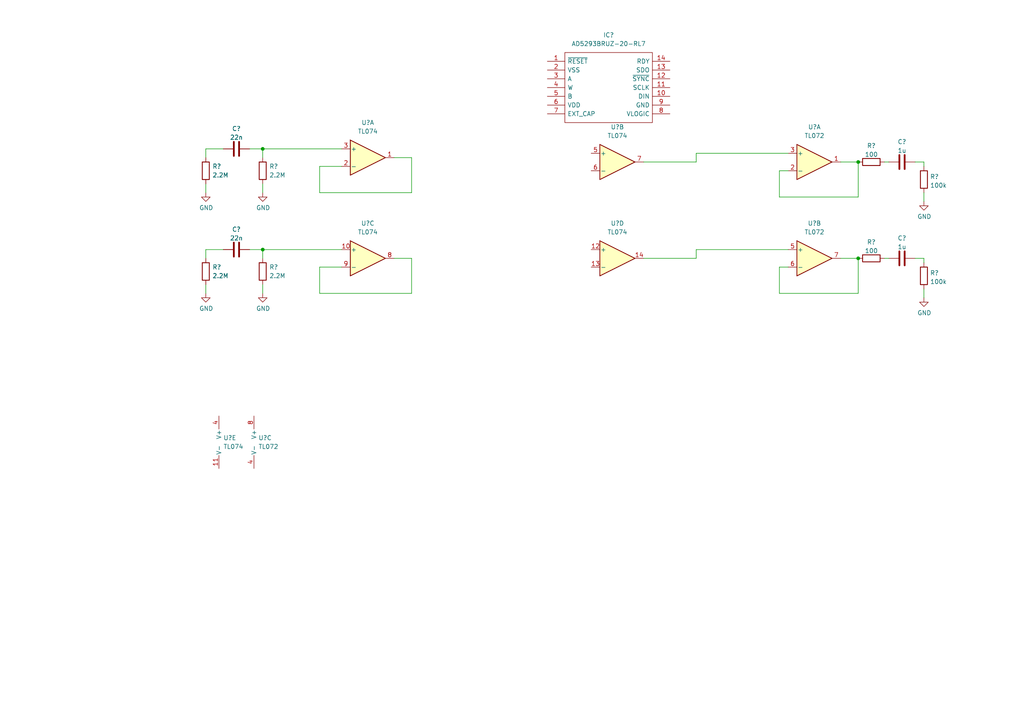
<source format=kicad_sch>
(kicad_sch (version 20211123) (generator eeschema)
  (paper "A4")
  (lib_symbols
    (symbol "Amplifier_Operational:TL072" (pin_names (offset 0.127))
      (property "Reference" "U" (at 0 5.08 0))
      (property "Value" "TL072" (at 0 -5.08 0))
      (symbol "TL072_1_1"
        (polyline (pts (xy -5.08 5.08) (xy 5.08 0) (xy -5.08 -5.08) (xy -5.08 5.08)) (stroke (width 0.254)) (fill (type background)))
        (pin output line (at 7.62 0 180) (length 2.54) (name "~") (number "1"))
        (pin input line (at -7.62 -2.54 0) (length 2.54) (name "-") (number "2"))
        (pin input line (at -7.62 2.54 0) (length 2.54) (name "+") (number "3"))
      )
      (symbol "TL072_2_1"
        (polyline (pts (xy -5.08 5.08) (xy 5.08 0) (xy -5.08 -5.08) (xy -5.08 5.08)) (stroke (width 0.254)) (fill (type background)))
        (pin input line (at -7.62 2.54 0) (length 2.54) (name "+") (number "5"))
        (pin input line (at -7.62 -2.54 0) (length 2.54) (name "-") (number "6"))
        (pin output line (at 7.62 0 180) (length 2.54) (name "~") (number "7"))
      )
      (symbol "TL072_3_1"
        (pin power_in line (at -2.54 -7.62 90) (length 3.81) (name "V-") (number "4"))
        (pin power_in line (at -2.54 7.62 270) (length 3.81) (name "V+") (number "8"))
      )
    )
    (symbol "Amplifier_Operational:TL074" (pin_names (offset 0.127))
      (property "Reference" "U" (at 0 5.08 0))
      (property "Value" "TL074" (at 0 -5.08 0))
      (symbol "TL074_1_1"
        (polyline (pts (xy -5.08 5.08) (xy 5.08 0) (xy -5.08 -5.08) (xy -5.08 5.08)) (stroke (width 0.254)) (fill (type background)))
        (pin output line (at 7.62 0 180) (length 2.54) (name "~") (number "1"))
        (pin input line (at -7.62 -2.54 0) (length 2.54) (name "-") (number "2"))
        (pin input line (at -7.62 2.54 0) (length 2.54) (name "+") (number "3"))
      )
      (symbol "TL074_2_1"
        (polyline (pts (xy -5.08 5.08) (xy 5.08 0) (xy -5.08 -5.08) (xy -5.08 5.08)) (stroke (width 0.254)) (fill (type background)))
        (pin input line (at -7.62 2.54 0) (length 2.54) (name "+") (number "5"))
        (pin input line (at -7.62 -2.54 0) (length 2.54) (name "-") (number "6"))
        (pin output line (at 7.62 0 180) (length 2.54) (name "~") (number "7"))
      )
      (symbol "TL074_3_1"
        (polyline (pts (xy -5.08 5.08) (xy 5.08 0) (xy -5.08 -5.08) (xy -5.08 5.08)) (stroke (width 0.254)) (fill (type background)))
        (pin input line (at -7.62 2.54 0) (length 2.54) (name "+") (number "10"))
        (pin output line (at 7.62 0 180) (length 2.54) (name "~") (number "8"))
        (pin input line (at -7.62 -2.54 0) (length 2.54) (name "-") (number "9"))
      )
      (symbol "TL074_4_1"
        (polyline (pts (xy -5.08 5.08) (xy 5.08 0) (xy -5.08 -5.08) (xy -5.08 5.08)) (stroke (width 0.254)) (fill (type background)))
        (pin input line (at -7.62 2.54 0) (length 2.54) (name "+") (number "12"))
        (pin input line (at -7.62 -2.54 0) (length 2.54) (name "-") (number "13"))
        (pin output line (at 7.62 0 180) (length 2.54) (name "~") (number "14"))
      )
      (symbol "TL074_5_1"
        (pin power_in line (at -2.54 -7.62 90) (length 3.81) (name "V-") (number "11"))
        (pin power_in line (at -2.54 7.62 270) (length 3.81) (name "V+") (number "4"))
      )
    )
    (symbol "Device:C" (pin_numbers hide) (pin_names (offset 0.254))
      (property "Reference" "C" (at 0.635 2.54 0))
      (property "Value" "C" (at 0.635 -2.54 0))
      (symbol "C_0_1"
        (polyline (pts (xy -2.032 -0.762) (xy 2.032 -0.762)) (stroke (width 0.508)))
        (polyline (pts (xy -2.032 0.762) (xy 2.032 0.762)) (stroke (width 0.508)))
      )
      (symbol "C_1_1"
        (pin passive line (at 0 3.81 270) (length 2.794) (name "~") (number "1"))
        (pin passive line (at 0 -3.81 90) (length 2.794) (name "~") (number "2"))
      )
    )
    (symbol "Device:R" (pin_numbers hide) (pin_names (offset 0))
      (property "Reference" "R" (at 2.032 0 90))
      (property "Value" "R" (at 0 0 90))
      (symbol "R_0_1"
        (rectangle (start -1.016 -2.54) (end 1.016 2.54) (stroke (width 0.254)))
      )
      (symbol "R_1_1"
        (pin passive line (at 0 3.81 270) (length 1.27) (name "~") (number "1"))
        (pin passive line (at 0 -3.81 90) (length 1.27) (name "~") (number "2"))
      )
    )
    (symbol "SamacSys_Parts:AD5293BRUZ-20-RL7" (pin_names (offset 0.762))
      (property "Reference" "IC" (at 31.75 7.62 0))
      (property "Value" "AD5293BRUZ-20-RL7" (at 31.75 5.08 0))
      (symbol "AD5293BRUZ-20-RL7_0_0"
        (pin passive line (at 0 0 0) (length 5.08) (name "~{RESET}") (number "1"))
        (pin passive line (at 35.56 -10.16 180) (length 5.08) (name "DIN") (number "10"))
        (pin passive line (at 35.56 -7.62 180) (length 5.08) (name "SCLK") (number "11"))
        (pin passive line (at 35.56 -5.08 180) (length 5.08) (name "~{SYNC}") (number "12"))
        (pin passive line (at 35.56 -2.54 180) (length 5.08) (name "SDO") (number "13"))
        (pin passive line (at 35.56 0 180) (length 5.08) (name "RDY") (number "14"))
        (pin passive line (at 0 -2.54 0) (length 5.08) (name "VSS") (number "2"))
        (pin passive line (at 0 -5.08 0) (length 5.08) (name "A") (number "3"))
        (pin passive line (at 0 -7.62 0) (length 5.08) (name "W") (number "4"))
        (pin passive line (at 0 -10.16 0) (length 5.08) (name "B") (number "5"))
        (pin passive line (at 0 -12.7 0) (length 5.08) (name "VDD") (number "6"))
        (pin passive line (at 0 -15.24 0) (length 5.08) (name "EXT_CAP") (number "7"))
        (pin passive line (at 35.56 -15.24 180) (length 5.08) (name "VLOGIC") (number "8"))
        (pin passive line (at 35.56 -12.7 180) (length 5.08) (name "GND") (number "9"))
      )
      (symbol "AD5293BRUZ-20-RL7_0_1"
        (polyline (pts (xy 5.08 2.54) (xy 30.48 2.54) (xy 30.48 -17.78) (xy 5.08 -17.78) (xy 5.08 2.54)) (stroke (width 0.1524)))
      )
    )
    (symbol "power:GND" (power) (pin_names (offset 0))
      (property "Value" "GND" (at 0 -3.81 0))
      (symbol "GND_0_1"
        (polyline (pts (xy 0 0) (xy 0 -1.27) (xy 1.27 -1.27) (xy 0 -2.54) (xy -1.27 -1.27) (xy 0 -1.27)))
      )
      (symbol "GND_1_1"
        (pin power_in line (at 0 0 270) (length 0) hide (name "GND") (number "1"))
      )
    )
  )
  (junction (at 76.2 43.18))
  (junction (at 76.2 72.39))
  (junction (at 248.92 74.93))
  (junction (at 248.92 46.99))
  (wire (pts (xy 256.54 74.93) (xy 257.81 74.93)))
  (wire (pts (xy 76.2 82.55) (xy 76.2 85.09)))
  (wire (pts (xy 59.69 43.18) (xy 64.77 43.18)))
  (wire (pts (xy 59.69 53.34) (xy 59.69 55.88)))
  (wire (pts (xy 59.69 72.39) (xy 59.69 74.93)))
  (wire (pts (xy 226.06 77.47) (xy 228.6 77.47)))
  (wire (pts (xy 248.92 46.99) (xy 248.92 57.15)))
  (wire (pts (xy 119.38 45.72) (xy 114.3 45.72)))
  (wire (pts (xy 226.06 57.15) (xy 226.06 49.53)))
  (wire (pts (xy 201.93 74.93) (xy 201.93 72.39)))
  (wire (pts (xy 92.71 55.88) (xy 119.38 55.88)))
  (wire (pts (xy 256.54 46.99) (xy 257.81 46.99)))
  (wire (pts (xy 119.38 74.93) (xy 114.3 74.93)))
  (wire (pts (xy 76.2 43.18) (xy 76.2 45.72)))
  (wire (pts (xy 267.97 74.93) (xy 267.97 76.2)))
  (wire (pts (xy 76.2 72.39) (xy 76.2 74.93)))
  (wire (pts (xy 92.71 77.47) (xy 92.71 85.09)))
  (wire (pts (xy 265.43 74.93) (xy 267.97 74.93)))
  (wire (pts (xy 248.92 57.15) (xy 226.06 57.15)))
  (wire (pts (xy 243.84 74.93) (xy 248.92 74.93)))
  (wire (pts (xy 265.43 46.99) (xy 267.97 46.99)))
  (wire (pts (xy 267.97 83.82) (xy 267.97 86.36)))
  (wire (pts (xy 76.2 43.18) (xy 99.06 43.18)))
  (wire (pts (xy 226.06 49.53) (xy 228.6 49.53)))
  (wire (pts (xy 92.71 85.09) (xy 119.38 85.09)))
  (wire (pts (xy 201.93 72.39) (xy 228.6 72.39)))
  (wire (pts (xy 228.6 44.45) (xy 201.93 44.45)))
  (wire (pts (xy 92.71 48.26) (xy 92.71 55.88)))
  (wire (pts (xy 99.06 48.26) (xy 92.71 48.26)))
  (wire (pts (xy 72.39 43.18) (xy 76.2 43.18)))
  (wire (pts (xy 243.84 46.99) (xy 248.92 46.99)))
  (wire (pts (xy 226.06 85.09) (xy 226.06 77.47)))
  (wire (pts (xy 59.69 43.18) (xy 59.69 45.72)))
  (wire (pts (xy 201.93 44.45) (xy 201.93 46.99)))
  (wire (pts (xy 248.92 85.09) (xy 226.06 85.09)))
  (wire (pts (xy 119.38 55.88) (xy 119.38 45.72)))
  (wire (pts (xy 99.06 77.47) (xy 92.71 77.47)))
  (wire (pts (xy 76.2 53.34) (xy 76.2 55.88)))
  (wire (pts (xy 267.97 46.99) (xy 267.97 48.26)))
  (wire (pts (xy 186.69 74.93) (xy 201.93 74.93)))
  (wire (pts (xy 72.39 72.39) (xy 76.2 72.39)))
  (wire (pts (xy 201.93 46.99) (xy 186.69 46.99)))
  (wire (pts (xy 119.38 85.09) (xy 119.38 74.93)))
  (wire (pts (xy 267.97 55.88) (xy 267.97 58.42)))
  (wire (pts (xy 248.92 74.93) (xy 248.92 85.09)))
  (wire (pts (xy 76.2 72.39) (xy 99.06 72.39)))
  (wire (pts (xy 59.69 72.39) (xy 64.77 72.39)))
  (wire (pts (xy 59.69 82.55) (xy 59.69 85.09)))
  (symbol (lib_id "Device:C") (at 261.62 46.99 90) (unit 1)
    (property "Reference" "C?" (at 261.62 41.1312 90))
    (property "Value" "1u" (at 261.62 43.6681 90))
    (property "Footprint" "Capacitor_SMD:C_1206_3216Metric_Pad1.33x1.80mm_HandSolder" (effects hide))
  )
  (symbol (lib_id "power:GND") (at 59.69 85.09 0) (unit 1)
    (property "Reference" "#PWR?" (effects hide))
    (property "Value" "GND" (at 59.817 89.4842 0))
  )
  (symbol (lib_id "Amplifier_Operational:TL072") (at 236.22 74.93 0) (unit 2)
    (property "Reference" "U?" (at 236.22 64.77 0))
    (property "Value" "TL072" (at 236.22 67.31 0))
    (property "Datasheet" "http://www.ti.com/lit/ds/symlink/tl071.pdf" (effects hide))
  )
  (symbol (lib_id "Device:C") (at 261.62 74.93 90) (unit 1)
    (property "Reference" "C?" (at 261.62 69.0712 90))
    (property "Value" "1u" (at 261.62 71.6081 90))
    (property "Footprint" "Capacitor_SMD:C_1206_3216Metric_Pad1.33x1.80mm_HandSolder" (effects hide))
  )
  (symbol (lib_id "Device:R") (at 252.73 74.93 90) (unit 1)
    (property "Reference" "R?" (at 252.73 70.2142 90))
    (property "Value" "100" (at 252.73 72.7511 90))
    (property "Footprint" "Resistor_SMD:R_1206_3216Metric_Pad1.30x1.75mm_HandSolder" (effects hide))
  )
  (symbol (lib_id "Device:R") (at 267.97 52.07 0) (unit 1)
    (property "Reference" "R?" (at 269.748 51.2353 0) (effects (justify left)))
    (property "Value" "100k" (at 269.748 53.7722 0) (effects (justify left)))
    (property "Footprint" "Resistor_SMD:R_1206_3216Metric_Pad1.30x1.75mm_HandSolder" (effects hide))
  )
  (symbol (lib_id "power:GND") (at 76.2 55.88 0) (unit 1)
    (property "Reference" "#PWR?" (effects hide))
    (property "Value" "GND" (at 76.327 60.2742 0))
  )
  (symbol (lib_id "power:GND") (at 267.97 58.42 0) (unit 1)
    (property "Reference" "#PWR?" (effects hide))
    (property "Value" "GND" (at 268.097 62.8142 0))
  )
  (symbol (lib_id "Device:C") (at 68.58 72.39 90) (unit 1)
    (property "Reference" "C?" (at 68.58 66.5312 90))
    (property "Value" "22n" (at 68.58 69.0681 90))
    (property "Footprint" "Capacitor_SMD:C_1206_3216Metric_Pad1.33x1.80mm_HandSolder" (effects hide))
  )
  (symbol (lib_id "Amplifier_Operational:TL074") (at 179.07 46.99 0) (unit 2)
    (property "Reference" "U?" (at 179.07 36.83 0))
    (property "Value" "TL074" (at 179.07 39.37 0))
    (property "Datasheet" "http://www.ti.com/lit/ds/symlink/tl071.pdf" (effects hide))
  )
  (symbol (lib_id "Device:R") (at 76.2 49.53 0) (unit 1)
    (property "Reference" "R?" (at 78.105 48.2599 0) (effects (justify left)))
    (property "Value" "2.2M" (at 78.105 50.7999 0) (effects (justify left)))
    (property "Footprint" "Resistor_SMD:R_1206_3216Metric_Pad1.30x1.75mm_HandSolder" (effects hide))
  )
  (symbol (lib_id "Amplifier_Operational:TL074") (at 106.68 74.93 0) (unit 3)
    (property "Reference" "U?" (at 106.68 64.77 0))
    (property "Value" "TL074" (at 106.68 67.31 0))
    (property "Datasheet" "http://www.ti.com/lit/ds/symlink/tl071.pdf" (effects hide))
  )
  (symbol (lib_id "SamacSys_Parts:AD5293BRUZ-20-RL7") (at 158.75 17.78 0) (unit 1)
    (property "Reference" "IC?" (at 176.53 10.16 0))
    (property "Value" "AD5293BRUZ-20-RL7" (at 176.53 12.7 0))
    (property "Footprint" "SOP65P640X120-14N" (effects hide))
    (property "Datasheet" "http://componentsearchengine.com/Datasheets/1/AD5293BRUZ-20-RL7.pdf" (effects hide))
    (property "Description" "Digital Potentiometers" (effects hide))
    (property "Height" "1.2" (effects hide))
    (property "Manufacturer_Name" "Analog Devices" (effects hide))
    (property "Manufacturer_Part_Number" "AD5293BRUZ-20-RL7" (effects hide))
    (property "Mouser Part Number" "584-AD5293BRUZ-20-R7" (effects hide))
    (property "Mouser Price/Stock" "https://www.mouser.co.uk/ProductDetail/Analog-Devices/AD5293BRUZ-20-RL7?qs=NmRFExCfTkEWDsKYC2emJw%3D%3D" (effects hide))
    (property "Arrow Part Number" "AD5293BRUZ-20-RL7" (effects hide))
    (property "Arrow Price/Stock" "https://www.arrow.com/en/products/ad5293bruz-20-rl7/analog-devices?region=nac" (effects hide))
  )
  (symbol (lib_id "Amplifier_Operational:TL074") (at 66.04 128.27 0) (unit 5)
    (property "Reference" "U?" (at 64.77 126.9999 0) (effects (justify left)))
    (property "Value" "TL074" (at 64.77 129.5399 0) (effects (justify left)))
    (property "Datasheet" "http://www.ti.com/lit/ds/symlink/tl071.pdf" (effects hide))
  )
  (symbol (lib_id "power:GND") (at 76.2 85.09 0) (unit 1)
    (property "Reference" "#PWR?" (effects hide))
    (property "Value" "GND" (at 76.327 89.4842 0))
  )
  (symbol (lib_id "Amplifier_Operational:TL072") (at 76.2 128.27 0) (unit 3)
    (property "Reference" "U?" (at 74.93 126.9999 0) (effects (justify left)))
    (property "Value" "TL072" (at 74.93 129.5399 0) (effects (justify left)))
    (property "Datasheet" "http://www.ti.com/lit/ds/symlink/tl071.pdf" (effects hide))
  )
  (symbol (lib_id "Device:R") (at 267.97 80.01 0) (unit 1)
    (property "Reference" "R?" (at 269.748 79.1753 0) (effects (justify left)))
    (property "Value" "100k" (at 269.748 81.7122 0) (effects (justify left)))
    (property "Footprint" "Resistor_SMD:R_1206_3216Metric_Pad1.30x1.75mm_HandSolder" (effects hide))
  )
  (symbol (lib_id "Device:R") (at 76.2 78.74 0) (unit 1)
    (property "Reference" "R?" (at 78.105 77.4699 0) (effects (justify left)))
    (property "Value" "2.2M" (at 78.105 80.0099 0) (effects (justify left)))
    (property "Footprint" "Resistor_SMD:R_1206_3216Metric_Pad1.30x1.75mm_HandSolder" (effects hide))
  )
  (symbol (lib_id "Amplifier_Operational:TL074") (at 106.68 45.72 0) (unit 1)
    (property "Reference" "U?" (at 106.68 35.56 0))
    (property "Value" "TL074" (at 106.68 38.1 0))
    (property "Datasheet" "http://www.ti.com/lit/ds/symlink/tl071.pdf" (effects hide))
  )
  (symbol (lib_id "Device:R") (at 59.69 78.74 0) (unit 1)
    (property "Reference" "R?" (at 61.595 77.4699 0) (effects (justify left)))
    (property "Value" "2.2M" (at 61.595 80.0099 0) (effects (justify left)))
    (property "Footprint" "Resistor_SMD:R_1206_3216Metric_Pad1.30x1.75mm_HandSolder" (effects hide))
  )
  (symbol (lib_id "Amplifier_Operational:TL072") (at 236.22 46.99 0) (unit 1)
    (property "Reference" "U?" (at 236.22 36.83 0))
    (property "Value" "TL072" (at 236.22 39.37 0))
    (property "Datasheet" "http://www.ti.com/lit/ds/symlink/tl071.pdf" (effects hide))
  )
  (symbol (lib_id "power:GND") (at 59.69 55.88 0) (unit 1)
    (property "Reference" "#PWR?" (effects hide))
    (property "Value" "GND" (at 59.817 60.2742 0))
  )
  (symbol (lib_id "Device:R") (at 252.73 46.99 90) (unit 1)
    (property "Reference" "R?" (at 252.73 42.2742 90))
    (property "Value" "100" (at 252.73 44.8111 90))
    (property "Footprint" "Resistor_SMD:R_1206_3216Metric_Pad1.30x1.75mm_HandSolder" (effects hide))
  )
  (symbol (lib_id "Device:C") (at 68.58 43.18 90) (unit 1)
    (property "Reference" "C?" (at 68.58 37.3212 90))
    (property "Value" "22n" (at 68.58 39.8581 90))
    (property "Footprint" "Capacitor_SMD:C_1206_3216Metric_Pad1.33x1.80mm_HandSolder" (effects hide))
  )
  (symbol (lib_id "Device:R") (at 59.69 49.53 0) (unit 1)
    (property "Reference" "R?" (at 61.595 48.2599 0) (effects (justify left)))
    (property "Value" "2.2M" (at 61.595 50.7999 0) (effects (justify left)))
    (property "Footprint" "Resistor_SMD:R_1206_3216Metric_Pad1.30x1.75mm_HandSolder" (effects hide))
  )
  (symbol (lib_id "power:GND") (at 267.97 86.36 0) (unit 1)
    (property "Reference" "#PWR?" (effects hide))
    (property "Value" "GND" (at 268.097 90.7542 0))
  )
  (symbol (lib_id "Amplifier_Operational:TL074") (at 179.07 74.93 0) (unit 4)
    (property "Reference" "U?" (at 179.07 64.77 0))
    (property "Value" "TL074" (at 179.07 67.31 0))
    (property "Datasheet" "http://www.ti.com/lit/ds/symlink/tl071.pdf" (effects hide))
  )
)
</source>
